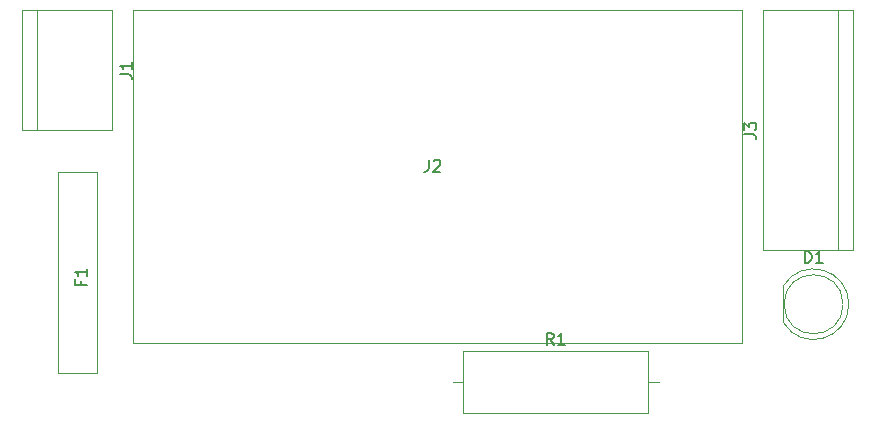
<source format=gbr>
G04 #@! TF.GenerationSoftware,KiCad,Pcbnew,(5.1.2)-2*
G04 #@! TF.CreationDate,2020-09-10T12:30:11+07:00*
G04 #@! TF.ProjectId,power,706f7765-722e-46b6-9963-61645f706362,rev?*
G04 #@! TF.SameCoordinates,Original*
G04 #@! TF.FileFunction,Legend,Top*
G04 #@! TF.FilePolarity,Positive*
%FSLAX46Y46*%
G04 Gerber Fmt 4.6, Leading zero omitted, Abs format (unit mm)*
G04 Created by KiCad (PCBNEW (5.1.2)-2) date 2020-09-10 12:30:11*
%MOMM*%
%LPD*%
G04 APERTURE LIST*
%ADD10C,0.120000*%
%ADD11C,0.150000*%
G04 APERTURE END LIST*
D10*
X162756000Y-74930462D02*
G75*
G03X157206000Y-73385170I-2990000J462D01*
G01*
X162756000Y-74929538D02*
G75*
G02X157206000Y-76474830I-2990000J-462D01*
G01*
X162266000Y-74930000D02*
G75*
G03X162266000Y-74930000I-2500000J0D01*
G01*
X157206000Y-73385000D02*
X157206000Y-76475000D01*
X95758000Y-80772000D02*
X99060000Y-80772000D01*
X99060000Y-80772000D02*
X99060000Y-63754000D01*
X99060000Y-63754000D02*
X96012000Y-63754000D01*
X96012000Y-63754000D02*
X95758000Y-63754000D01*
X95758000Y-63754000D02*
X95758000Y-80772000D01*
X93980000Y-60198000D02*
X93980000Y-50038000D01*
X92710000Y-60198000D02*
X100330000Y-60198000D01*
X100330000Y-60198000D02*
X100330000Y-50038000D01*
X100330000Y-50038000D02*
X92710000Y-50038000D01*
X92710000Y-50038000D02*
X92710000Y-60198000D01*
X102616000Y-50038000D02*
X153670000Y-50038000D01*
X153670000Y-50038000D02*
X153670000Y-78232000D01*
X153670000Y-78232000D02*
X102108000Y-78232000D01*
X102108000Y-78232000D02*
X102108000Y-50038000D01*
X102108000Y-50038000D02*
X102616000Y-50038000D01*
X155448000Y-70358000D02*
X163068000Y-70358000D01*
X163068000Y-50038000D02*
X155448000Y-50038000D01*
X161798000Y-50038000D02*
X161798000Y-70358000D01*
X155448000Y-70358000D02*
X155448000Y-50038000D01*
X163068000Y-70358000D02*
X163068000Y-50038000D01*
X130052000Y-78914000D02*
X130052000Y-84154000D01*
X130052000Y-84154000D02*
X145792000Y-84154000D01*
X145792000Y-84154000D02*
X145792000Y-78914000D01*
X145792000Y-78914000D02*
X130052000Y-78914000D01*
X129202000Y-81534000D02*
X130052000Y-81534000D01*
X146642000Y-81534000D02*
X145792000Y-81534000D01*
D11*
X159027904Y-71422380D02*
X159027904Y-70422380D01*
X159266000Y-70422380D01*
X159408857Y-70470000D01*
X159504095Y-70565238D01*
X159551714Y-70660476D01*
X159599333Y-70850952D01*
X159599333Y-70993809D01*
X159551714Y-71184285D01*
X159504095Y-71279523D01*
X159408857Y-71374761D01*
X159266000Y-71422380D01*
X159027904Y-71422380D01*
X160551714Y-71422380D02*
X159980285Y-71422380D01*
X160266000Y-71422380D02*
X160266000Y-70422380D01*
X160170761Y-70565238D01*
X160075523Y-70660476D01*
X159980285Y-70708095D01*
X97718571Y-72977333D02*
X97718571Y-73310666D01*
X98242380Y-73310666D02*
X97242380Y-73310666D01*
X97242380Y-72834476D01*
X98242380Y-71929714D02*
X98242380Y-72501142D01*
X98242380Y-72215428D02*
X97242380Y-72215428D01*
X97385238Y-72310666D01*
X97480476Y-72405904D01*
X97528095Y-72501142D01*
X101052380Y-55451333D02*
X101766666Y-55451333D01*
X101909523Y-55498952D01*
X102004761Y-55594190D01*
X102052380Y-55737047D01*
X102052380Y-55832285D01*
X102052380Y-54451333D02*
X102052380Y-55022761D01*
X102052380Y-54737047D02*
X101052380Y-54737047D01*
X101195238Y-54832285D01*
X101290476Y-54927523D01*
X101338095Y-55022761D01*
X127174666Y-62698380D02*
X127174666Y-63412666D01*
X127127047Y-63555523D01*
X127031809Y-63650761D01*
X126888952Y-63698380D01*
X126793714Y-63698380D01*
X127603238Y-62793619D02*
X127650857Y-62746000D01*
X127746095Y-62698380D01*
X127984190Y-62698380D01*
X128079428Y-62746000D01*
X128127047Y-62793619D01*
X128174666Y-62888857D01*
X128174666Y-62984095D01*
X128127047Y-63126952D01*
X127555619Y-63698380D01*
X128174666Y-63698380D01*
X153910380Y-60551333D02*
X154624666Y-60551333D01*
X154767523Y-60598952D01*
X154862761Y-60694190D01*
X154910380Y-60837047D01*
X154910380Y-60932285D01*
X153910380Y-60170380D02*
X153910380Y-59551333D01*
X154291333Y-59884666D01*
X154291333Y-59741809D01*
X154338952Y-59646571D01*
X154386571Y-59598952D01*
X154481809Y-59551333D01*
X154719904Y-59551333D01*
X154815142Y-59598952D01*
X154862761Y-59646571D01*
X154910380Y-59741809D01*
X154910380Y-60027523D01*
X154862761Y-60122761D01*
X154815142Y-60170380D01*
X137755333Y-78366380D02*
X137422000Y-77890190D01*
X137183904Y-78366380D02*
X137183904Y-77366380D01*
X137564857Y-77366380D01*
X137660095Y-77414000D01*
X137707714Y-77461619D01*
X137755333Y-77556857D01*
X137755333Y-77699714D01*
X137707714Y-77794952D01*
X137660095Y-77842571D01*
X137564857Y-77890190D01*
X137183904Y-77890190D01*
X138707714Y-78366380D02*
X138136285Y-78366380D01*
X138422000Y-78366380D02*
X138422000Y-77366380D01*
X138326761Y-77509238D01*
X138231523Y-77604476D01*
X138136285Y-77652095D01*
M02*

</source>
